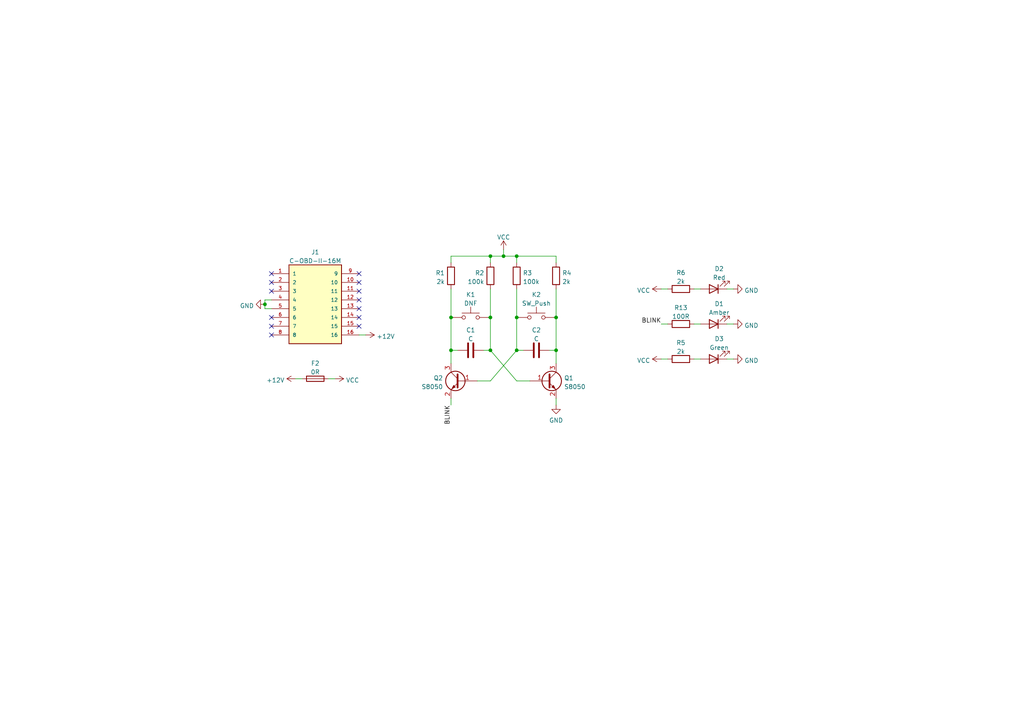
<source format=kicad_sch>
(kicad_sch (version 20211123) (generator eeschema)
  (paper "A4")
  (title_block (title "XTY_Nitro_V1.1"))
  (lib_symbols
    (symbol "C-OBD-II-16M:C-OBD-II-16M" (pin_names (offset 1.016))
      (property "Reference" "J" (at -7.62 11.43 0))
      (property "Value" "C-OBD-II-16M" (at -7.62 -13.97 0))
      (symbol "C-OBD-II-16M_0_0"
        (rectangle (start -7.62 -12.7) (end 7.62 10.16) (stroke (width 0.254)) (fill (type background)))
        (pin passive line (at -12.7 7.62 0) (length 5.08) (name "1") (number "1"))
        (pin passive line (at 12.7 5.08 180) (length 5.08) (name "10") (number "10"))
        (pin passive line (at 12.7 2.54 180) (length 5.08) (name "11") (number "11"))
        (pin passive line (at 12.7 0 180) (length 5.08) (name "12") (number "12"))
        (pin passive line (at 12.7 -2.54 180) (length 5.08) (name "13") (number "13"))
        (pin passive line (at 12.7 -5.08 180) (length 5.08) (name "14") (number "14"))
        (pin passive line (at 12.7 -7.62 180) (length 5.08) (name "15") (number "15"))
        (pin passive line (at 12.7 -10.16 180) (length 5.08) (name "16") (number "16"))
        (pin passive line (at -12.7 5.08 0) (length 5.08) (name "2") (number "2"))
        (pin passive line (at -12.7 2.54 0) (length 5.08) (name "3") (number "3"))
        (pin passive line (at -12.7 0 0) (length 5.08) (name "4") (number "4"))
        (pin passive line (at -12.7 -2.54 0) (length 5.08) (name "5") (number "5"))
        (pin passive line (at -12.7 -5.08 0) (length 5.08) (name "6") (number "6"))
        (pin passive line (at -12.7 -7.62 0) (length 5.08) (name "7") (number "7"))
        (pin passive line (at -12.7 -10.16 0) (length 5.08) (name "8") (number "8"))
        (pin passive line (at 12.7 7.62 180) (length 5.08) (name "9") (number "9"))
      )
    )
    (symbol "Device:C" (pin_numbers hide) (pin_names (offset 0.254))
      (property "Reference" "C" (at 0.635 2.54 0))
      (property "Value" "C" (at 0.635 -2.54 0))
      (symbol "C_0_1"
        (polyline (pts (xy -2.032 -0.762) (xy 2.032 -0.762)) (stroke (width 0.508)))
        (polyline (pts (xy -2.032 0.762) (xy 2.032 0.762)) (stroke (width 0.508)))
      )
      (symbol "C_1_1"
        (pin passive line (at 0 3.81 270) (length 2.794) (name "~") (number "1"))
        (pin passive line (at 0 -3.81 90) (length 2.794) (name "~") (number "2"))
      )
    )
    (symbol "Device:Fuse" (pin_numbers hide) (pin_names (offset 0))
      (property "Reference" "F" (at 2.032 0 90))
      (property "Value" "Fuse" (at -1.905 0 90))
      (symbol "Fuse_0_1"
        (rectangle (start -0.762 -2.54) (end 0.762 2.54) (stroke (width 0.254)))
        (polyline (pts (xy 0 2.54) (xy 0 -2.54)))
      )
      (symbol "Fuse_1_1"
        (pin passive line (at 0 3.81 270) (length 1.27) (name "~") (number "1"))
        (pin passive line (at 0 -3.81 90) (length 1.27) (name "~") (number "2"))
      )
    )
    (symbol "Device:LED" (pin_numbers hide) (pin_names (offset 1.016) hide)
      (property "Reference" "D" (at 0 2.54 0))
      (property "Value" "LED" (at 0 -2.54 0))
      (symbol "LED_0_1"
        (polyline (pts (xy -1.27 -1.27) (xy -1.27 1.27)) (stroke (width 0.254)))
        (polyline (pts (xy -1.27 0) (xy 1.27 0)))
        (polyline (pts (xy 1.27 -1.27) (xy 1.27 1.27) (xy -1.27 0) (xy 1.27 -1.27)) (stroke (width 0.254)))
        (polyline (pts (xy -3.048 -0.762) (xy -4.572 -2.286) (xy -3.81 -2.286) (xy -4.572 -2.286) (xy -4.572 -1.524)))
        (polyline (pts (xy -1.778 -0.762) (xy -3.302 -2.286) (xy -2.54 -2.286) (xy -3.302 -2.286) (xy -3.302 -1.524)))
      )
      (symbol "LED_1_1"
        (pin passive line (at -3.81 0 0) (length 2.54) (name "K") (number "1"))
        (pin passive line (at 3.81 0 180) (length 2.54) (name "A") (number "2"))
      )
    )
    (symbol "Device:Q_NPN_BEC" (pin_names (offset 0) hide)
      (property "Reference" "Q" (at 5.08 1.27 0))
      (property "Value" "Q_NPN_BEC" (at 5.08 -1.27 0))
      (symbol "Q_NPN_BEC_0_1"
        (polyline (pts (xy 0.635 0.635) (xy 2.54 2.54)))
        (polyline (pts (xy 0.635 -0.635) (xy 2.54 -2.54) (xy 2.54 -2.54)))
        (polyline (pts (xy 0.635 1.905) (xy 0.635 -1.905) (xy 0.635 -1.905)) (stroke (width 0.508)))
        (polyline (pts (xy 1.27 -1.778) (xy 1.778 -1.27) (xy 2.286 -2.286) (xy 1.27 -1.778) (xy 1.27 -1.778)) (fill (type outline)))
        (circle (center 1.27 0) (radius 2.8194) (stroke (width 0.254)))
      )
      (symbol "Q_NPN_BEC_1_1"
        (pin input line (at -5.08 0 0) (length 5.715) (name "B") (number "1"))
        (pin passive line (at 2.54 -5.08 90) (length 2.54) (name "E") (number "2"))
        (pin passive line (at 2.54 5.08 270) (length 2.54) (name "C") (number "3"))
      )
    )
    (symbol "Device:R" (pin_numbers hide) (pin_names (offset 0))
      (property "Reference" "R" (at 2.032 0 90))
      (property "Value" "R" (at 0 0 90))
      (symbol "R_0_1"
        (rectangle (start -1.016 -2.54) (end 1.016 2.54) (stroke (width 0.254)))
      )
      (symbol "R_1_1"
        (pin passive line (at 0 3.81 270) (length 1.27) (name "~") (number "1"))
        (pin passive line (at 0 -3.81 90) (length 1.27) (name "~") (number "2"))
      )
    )
    (symbol "Switch:SW_Push" (pin_numbers hide) (pin_names (offset 1.016) hide)
      (property "Reference" "SW" (at 1.27 2.54 0))
      (property "Value" "SW_Push" (at 0 -1.524 0))
      (symbol "SW_Push_0_1"
        (circle (center -2.032 0) (radius 0.508))
        (polyline (pts (xy 0 1.27) (xy 0 3.048)))
        (polyline (pts (xy 2.54 1.27) (xy -2.54 1.27)))
        (circle (center 2.032 0) (radius 0.508))
        (pin passive line (at -5.08 0 0) (length 2.54) (name "1") (number "1"))
        (pin passive line (at 5.08 0 180) (length 2.54) (name "2") (number "2"))
      )
    )
    (symbol "power:+12V" (power) (pin_names (offset 0))
      (property "Value" "+12V" (at 0 3.556 0))
      (symbol "+12V_0_1"
        (polyline (pts (xy -0.762 1.27) (xy 0 2.54)))
        (polyline (pts (xy 0 0) (xy 0 2.54)))
        (polyline (pts (xy 0 2.54) (xy 0.762 1.27)))
      )
      (symbol "+12V_1_1"
        (pin power_in line (at 0 0 90) (length 0) hide (name "+12V") (number "1"))
      )
    )
    (symbol "power:GND" (power) (pin_names (offset 0))
      (property "Value" "GND" (at 0 -3.81 0))
      (symbol "GND_0_1"
        (polyline (pts (xy 0 0) (xy 0 -1.27) (xy 1.27 -1.27) (xy 0 -2.54) (xy -1.27 -1.27) (xy 0 -1.27)))
      )
      (symbol "GND_1_1"
        (pin power_in line (at 0 0 270) (length 0) hide (name "GND") (number "1"))
      )
    )
    (symbol "power:VCC" (power) (pin_names (offset 0))
      (property "Value" "VCC" (at 0 3.81 0))
      (symbol "VCC_0_1"
        (polyline (pts (xy -0.762 1.27) (xy 0 2.54)))
        (polyline (pts (xy 0 0) (xy 0 2.54)))
        (polyline (pts (xy 0 2.54) (xy 0.762 1.27)))
      )
      (symbol "VCC_1_1"
        (pin power_in line (at 0 0 90) (length 0) hide (name "VCC") (number "1"))
      )
    )
  )
  (junction (at 149.86 101.6))
  (junction (at 161.29 92.075))
  (junction (at 130.81 101.6))
  (junction (at 142.24 92.075))
  (junction (at 146.05 74.295))
  (junction (at 142.24 101.6))
  (junction (at 161.29 101.6))
  (junction (at 130.81 92.075))
  (junction (at 149.86 74.295))
  (junction (at 149.86 92.075))
  (junction (at 142.24 74.295))
  (junction (at 76.835 88.265))
  (no_connect (at 104.14 84.455))
  (no_connect (at 104.14 89.535))
  (no_connect (at 104.14 92.075))
  (no_connect (at 104.14 86.995))
  (no_connect (at 104.14 79.375))
  (no_connect (at 78.74 84.455))
  (no_connect (at 78.74 94.615))
  (no_connect (at 104.14 81.915))
  (no_connect (at 78.74 97.155))
  (no_connect (at 78.74 79.375))
  (no_connect (at 78.74 81.915))
  (no_connect (at 78.74 92.075))
  (no_connect (at 104.14 94.615))
  (wire (pts (xy 149.86 92.075) (xy 149.86 83.82)))
  (wire (pts (xy 149.86 101.6) (xy 149.86 92.075)))
  (wire (pts (xy 191.77 83.82) (xy 193.675 83.82)))
  (wire (pts (xy 201.295 104.14) (xy 203.2 104.14)))
  (wire (pts (xy 130.81 92.075) (xy 131.445 92.075)))
  (wire (pts (xy 201.295 93.98) (xy 203.2 93.98)))
  (wire (pts (xy 142.24 74.295) (xy 142.24 76.2)))
  (wire (pts (xy 191.77 93.98) (xy 193.675 93.98)))
  (wire (pts (xy 161.29 101.6) (xy 161.29 92.075)))
  (wire (pts (xy 201.295 83.82) (xy 203.2 83.82)))
  (wire (pts (xy 130.81 115.57) (xy 130.81 117.475)))
  (wire (pts (xy 161.29 92.075) (xy 161.29 83.82)))
  (wire (pts (xy 130.81 76.2) (xy 130.81 74.295)))
  (wire (pts (xy 138.43 110.49) (xy 142.24 110.49)))
  (wire (pts (xy 140.335 101.6) (xy 142.24 101.6)))
  (wire (pts (xy 142.24 92.075) (xy 142.24 83.82)))
  (wire (pts (xy 76.835 86.995) (xy 76.835 88.265)))
  (wire (pts (xy 159.385 101.6) (xy 161.29 101.6)))
  (wire (pts (xy 146.05 74.295) (xy 149.86 74.295)))
  (wire (pts (xy 149.86 74.295) (xy 161.29 74.295)))
  (wire (pts (xy 161.29 74.295) (xy 161.29 76.2)))
  (wire (pts (xy 78.74 89.535) (xy 76.835 89.535)))
  (wire (pts (xy 78.74 86.995) (xy 76.835 86.995)))
  (wire (pts (xy 142.24 74.295) (xy 146.05 74.295)))
  (wire (pts (xy 132.715 101.6) (xy 130.81 101.6)))
  (wire (pts (xy 141.605 92.075) (xy 142.24 92.075)))
  (wire (pts (xy 161.29 101.6) (xy 161.29 105.41)))
  (wire (pts (xy 161.29 115.57) (xy 161.29 117.475)))
  (wire (pts (xy 149.86 110.49) (xy 153.67 110.49)))
  (wire (pts (xy 191.77 104.14) (xy 193.675 104.14)))
  (wire (pts (xy 130.81 101.6) (xy 130.81 92.075)))
  (wire (pts (xy 149.86 110.49) (xy 142.24 101.6)))
  (wire (pts (xy 85.725 109.855) (xy 87.63 109.855)))
  (wire (pts (xy 130.81 101.6) (xy 130.81 105.41)))
  (wire (pts (xy 130.81 92.075) (xy 130.81 83.82)))
  (wire (pts (xy 210.82 93.98) (xy 212.725 93.98)))
  (wire (pts (xy 142.24 101.6) (xy 142.24 92.075)))
  (wire (pts (xy 149.86 92.075) (xy 150.495 92.075)))
  (wire (pts (xy 130.81 74.295) (xy 142.24 74.295)))
  (wire (pts (xy 95.25 109.855) (xy 97.155 109.855)))
  (wire (pts (xy 160.655 92.075) (xy 161.29 92.075)))
  (wire (pts (xy 151.765 101.6) (xy 149.86 101.6)))
  (wire (pts (xy 142.24 110.49) (xy 149.86 101.6)))
  (wire (pts (xy 104.14 97.155) (xy 106.045 97.155)))
  (wire (pts (xy 146.05 72.39) (xy 146.05 74.295)))
  (wire (pts (xy 76.835 89.535) (xy 76.835 88.265)))
  (wire (pts (xy 149.86 74.295) (xy 149.86 76.2)))
  (wire (pts (xy 210.82 104.14) (xy 212.725 104.14)))
  (wire (pts (xy 210.82 83.82) (xy 212.725 83.82)))
  (label "BLINK" (at 130.81 117.475 270))
  (label "BLINK" (at 191.77 93.98 180))
  (symbol (lib_id "Device:R") (at 161.29 80.01 0) (unit 1)
    (property "Reference" "R4" (at 163.068 79.1753 0) (effects (justify left)))
    (property "Value" "2k" (at 163.068 81.7122 0) (effects (justify left)))
  )
  (symbol (lib_id "Device:Fuse") (at 91.44 109.855 90) (unit 1)
    (property "Reference" "F2" (at 91.44 105.3932 90))
    (property "Value" "0R" (at 91.44 107.9301 90))
  )
  (symbol (lib_id "Device:LED") (at 207.01 83.82 180) (unit 1)
    (property "Reference" "D2" (at 208.5975 77.9612 0))
    (property "Value" "Red" (at 208.5975 80.4981 0))
  )
  (symbol (lib_id "Device:C") (at 155.575 101.6 90) (unit 1)
    (property "Reference" "C2" (at 155.575 95.7412 90))
    (property "Value" "C" (at 155.575 98.2781 90))
  )
  (symbol (lib_id "Device:R") (at 142.24 80.01 0) (unit 1)
    (property "Reference" "R2" (at 140.4621 79.1753 0) (effects (justify right)))
    (property "Value" "100k" (at 140.4621 81.7122 0) (effects (justify right)))
  )
  (symbol (lib_id "Device:LED") (at 207.01 104.14 180) (unit 1)
    (property "Reference" "D3" (at 208.5975 98.2812 0))
    (property "Value" "Green" (at 208.5975 100.8181 0))
  )
  (symbol (lib_id "Device:R") (at 197.485 104.14 90) (unit 1)
    (property "Reference" "R5" (at 197.485 99.4242 90))
    (property "Value" "2k" (at 197.485 101.9611 90))
  )
  (symbol (lib_id "power:GND") (at 212.725 93.98 90) (unit 1)
    (property "Reference" "#PWR?" (effects hide))
    (property "Value" "GND" (at 215.9 94.4138 90) (effects (justify right)))
  )
  (symbol (lib_id "power:GND") (at 161.29 117.475 0) (unit 1)
    (property "Reference" "#PWR?" (effects hide))
    (property "Value" "GND" (at 161.29 121.9184 0))
  )
  (symbol (lib_id "power:VCC") (at 191.77 104.14 90) (unit 1)
    (property "Reference" "#PWR?" (effects hide))
    (property "Value" "VCC" (at 188.595 104.5738 90) (effects (justify left)))
  )
  (symbol (lib_id "power:GND") (at 76.835 88.265 270) (unit 1)
    (property "Reference" "#PWR?" (effects hide))
    (property "Value" "GND" (at 73.6601 88.6988 90) (effects (justify right)))
  )
  (symbol (lib_id "Device:LED") (at 207.01 93.98 180) (unit 1)
    (property "Reference" "D1" (at 208.5975 88.1212 0))
    (property "Value" "Amber" (at 208.5975 90.6581 0))
  )
  (symbol (lib_id "Device:R") (at 197.485 93.98 90) (unit 1)
    (property "Reference" "R13" (at 197.485 89.2642 90))
    (property "Value" "100R" (at 197.485 91.8011 90))
  )
  (symbol (lib_id "Device:R") (at 197.485 83.82 90) (unit 1)
    (property "Reference" "R6" (at 197.485 79.1042 90))
    (property "Value" "2k" (at 197.485 81.6411 90))
  )
  (symbol (lib_id "power:+12V") (at 106.045 97.155 270) (unit 1)
    (property "Reference" "#PWR?" (effects hide))
    (property "Value" "+12V" (at 109.22 97.5888 90) (effects (justify left)))
  )
  (symbol (lib_id "C-OBD-II-16M:C-OBD-II-16M") (at 91.44 86.995 0) (unit 1)
    (property "Reference" "J1" (at 91.44 73.1352 0))
    (property "Value" "C-OBD-II-16M" (at 91.44 75.6721 0))
    (property "Footprint" "COMTECH_C-OBD-II-16M" (effects hide))
    (property "PARTREV" "A" (effects hide))
    (property "MAXIMUM_PACKAGE_HEIGHT" "18.3mm" (effects hide))
    (property "STANDARD" "Manufacturer Recommendations" (effects hide))
    (property "MANUFACTURER" "Comtech Electronic Co." (effects hide))
  )
  (symbol (lib_id "Device:R") (at 149.86 80.01 0) (unit 1)
    (property "Reference" "R3" (at 151.638 79.1753 0) (effects (justify left)))
    (property "Value" "100k" (at 151.638 81.7122 0) (effects (justify left)))
  )
  (symbol (lib_id "Device:C") (at 136.525 101.6 90) (unit 1)
    (property "Reference" "C1" (at 136.525 95.7412 90))
    (property "Value" "C" (at 136.525 98.2781 90))
  )
  (symbol (lib_id "power:VCC") (at 97.155 109.855 270) (unit 1)
    (property "Reference" "#PWR?" (effects hide))
    (property "Value" "VCC" (at 100.33 110.2888 90) (effects (justify left)))
  )
  (symbol (lib_id "power:GND") (at 212.725 104.14 90) (unit 1)
    (property "Reference" "#PWR?" (effects hide))
    (property "Value" "GND" (at 215.9 104.5738 90) (effects (justify right)))
  )
  (symbol (lib_id "power:VCC") (at 146.05 72.39 0) (unit 1)
    (property "Reference" "#PWR?" (effects hide))
    (property "Value" "VCC" (at 146.05 68.8142 0))
  )
  (symbol (lib_id "power:+12V") (at 85.725 109.855 90) (unit 1)
    (property "Reference" "#PWR?" (effects hide))
    (property "Value" "+12V" (at 82.55 110.2888 90) (effects (justify left)))
  )
  (symbol (lib_id "Device:Q_NPN_BEC") (at 133.35 110.49 0) (mirror y) (unit 1)
    (property "Reference" "Q2" (at 128.4986 109.6553 0) (effects (justify left)))
    (property "Value" "S8050" (at 128.4986 112.1922 0) (effects (justify left)))
  )
  (symbol (lib_id "power:GND") (at 212.725 83.82 90) (unit 1)
    (property "Reference" "#PWR?" (effects hide))
    (property "Value" "GND" (at 215.9 84.2538 90) (effects (justify right)))
  )
  (symbol (lib_id "power:VCC") (at 191.77 83.82 90) (unit 1)
    (property "Reference" "#PWR?" (effects hide))
    (property "Value" "VCC" (at 188.595 84.2538 90) (effects (justify left)))
  )
  (symbol (lib_id "Device:Q_NPN_BEC") (at 158.75 110.49 0) (unit 1)
    (property "Reference" "Q1" (at 163.6014 109.6553 0) (effects (justify left)))
    (property "Value" "S8050" (at 163.6014 112.1922 0) (effects (justify left)))
  )
  (symbol (lib_id "Switch:SW_Push") (at 136.525 92.075 0) (unit 1)
    (property "Reference" "K1" (at 136.525 85.4542 0))
    (property "Value" "DNF" (at 136.525 87.9911 0))
  )
  (symbol (lib_id "Device:R") (at 130.81 80.01 0) (unit 1)
    (property "Reference" "R1" (at 129.0321 79.1753 0) (effects (justify right)))
    (property "Value" "2k" (at 129.0321 81.7122 0) (effects (justify right)))
  )
  (symbol (lib_id "Switch:SW_Push") (at 155.575 92.075 0) (unit 1)
    (property "Reference" "K2" (at 155.575 85.4542 0))
    (property "Value" "SW_Push" (at 155.575 87.9911 0))
  )
)
</source>
